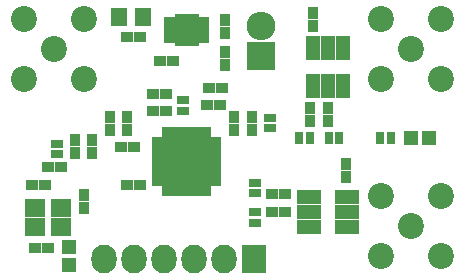
<source format=gts>
G04 #@! TF.FileFunction,Soldermask,Top*
%FSLAX46Y46*%
G04 Gerber Fmt 4.6, Leading zero omitted, Abs format (unit mm)*
G04 Created by KiCad (PCBNEW 4.0.2-stable) date Tue Mar  8 23:23:17 2016*
%MOMM*%
G01*
G04 APERTURE LIST*
%ADD10C,0.100000*%
%ADD11R,1.000000X0.900000*%
%ADD12R,1.000000X0.800000*%
%ADD13R,1.400000X1.650000*%
%ADD14R,0.900000X1.000000*%
%ADD15R,0.800000X1.000000*%
%ADD16R,2.432000X2.432000*%
%ADD17O,2.432000X2.432000*%
%ADD18R,2.127200X2.432000*%
%ADD19O,2.127200X2.432000*%
%ADD20C,2.200000*%
%ADD21R,1.100000X0.650000*%
%ADD22R,1.230000X1.590000*%
%ADD23R,2.050000X1.160000*%
%ADD24R,1.160000X2.050000*%
%ADD25R,0.700000X1.100000*%
%ADD26R,1.100000X0.700000*%
%ADD27R,4.000000X4.000000*%
%ADD28R,1.800000X1.600000*%
%ADD29R,1.197560X1.197560*%
G04 APERTURE END LIST*
D10*
D11*
X134900000Y-107600000D03*
X136000000Y-107600000D03*
X143800000Y-89750000D03*
X142700000Y-89750000D03*
D12*
X153550000Y-102050000D03*
X153550000Y-102950000D03*
D11*
X156100000Y-103000000D03*
X155000000Y-103000000D03*
D13*
X144050000Y-88000000D03*
X142050000Y-88000000D03*
D11*
X145500000Y-91750000D03*
X146600000Y-91750000D03*
D14*
X151050000Y-90950000D03*
X151050000Y-92050000D03*
X151050000Y-88250000D03*
X151050000Y-89350000D03*
D11*
X156100000Y-104500000D03*
X155000000Y-104500000D03*
D14*
X159750000Y-95700000D03*
X159750000Y-96800000D03*
X158250000Y-95700000D03*
X158250000Y-96800000D03*
X161250000Y-101550000D03*
X161250000Y-100450000D03*
D11*
X149500000Y-95500000D03*
X150600000Y-95500000D03*
D14*
X158500000Y-88800000D03*
X158500000Y-87700000D03*
D11*
X142700000Y-102250000D03*
X143800000Y-102250000D03*
X142200000Y-99000000D03*
X143300000Y-99000000D03*
D14*
X142750000Y-96450000D03*
X142750000Y-97550000D03*
X141250000Y-96450000D03*
X141250000Y-97550000D03*
D11*
X144950000Y-96000000D03*
X146050000Y-96000000D03*
X144950000Y-94500000D03*
X146050000Y-94500000D03*
D12*
X153550000Y-105450000D03*
X153550000Y-104550000D03*
D15*
X160700000Y-98250000D03*
X159800000Y-98250000D03*
X157300000Y-98250000D03*
X158200000Y-98250000D03*
D16*
X154050000Y-91290000D03*
D17*
X154050000Y-88750000D03*
D18*
X153500000Y-108500000D03*
D19*
X150960000Y-108500000D03*
X148420000Y-108500000D03*
X145880000Y-108500000D03*
X143340000Y-108500000D03*
X140800000Y-108500000D03*
D20*
X166750000Y-105750000D03*
X169290000Y-108290000D03*
X164210000Y-108290000D03*
X164210000Y-103210000D03*
X169290000Y-103210000D03*
X166750000Y-90750000D03*
X164210000Y-88210000D03*
X169290000Y-88210000D03*
X169290000Y-93290000D03*
X164210000Y-93290000D03*
D12*
X147500000Y-95050000D03*
X147500000Y-95950000D03*
D21*
X146400000Y-88345000D03*
X146400000Y-88845000D03*
X146400000Y-89345000D03*
X146400000Y-89845000D03*
X149200000Y-89845000D03*
X149200000Y-89345000D03*
X149200000Y-88845000D03*
X149200000Y-88345000D03*
D22*
X148215000Y-89690000D03*
X148215000Y-88500000D03*
X147385000Y-89690000D03*
X147385000Y-88500000D03*
D23*
X158160000Y-104500000D03*
X158160000Y-103230000D03*
X161340000Y-103230000D03*
X161340000Y-104500000D03*
X161340000Y-105770000D03*
X158160000Y-105770000D03*
D24*
X159750000Y-93840000D03*
X158480000Y-93840000D03*
X158480000Y-90660000D03*
X159750000Y-90660000D03*
X161020000Y-90660000D03*
X161020000Y-93840000D03*
D25*
X146000000Y-102650000D03*
X146500000Y-102650000D03*
X147000000Y-102650000D03*
X147500000Y-102650000D03*
X148000000Y-102650000D03*
X148500000Y-102650000D03*
X149000000Y-102650000D03*
X149500000Y-102650000D03*
D26*
X150150000Y-102000000D03*
X150150000Y-101500000D03*
X150150000Y-101000000D03*
X150150000Y-100500000D03*
X150150000Y-100000000D03*
X150150000Y-99500000D03*
X150150000Y-99000000D03*
X150150000Y-98500000D03*
D25*
X149500000Y-97850000D03*
X149000000Y-97850000D03*
X148500000Y-97850000D03*
X148000000Y-97850000D03*
X147500000Y-97850000D03*
X147000000Y-97850000D03*
X146500000Y-97850000D03*
X146000000Y-97850000D03*
D26*
X145350000Y-98500000D03*
X145350000Y-99000000D03*
X145350000Y-99500000D03*
X145350000Y-100000000D03*
X145350000Y-100500000D03*
X145350000Y-101000000D03*
X145350000Y-101500000D03*
X145350000Y-102000000D03*
D27*
X147750000Y-100250000D03*
D11*
X149700000Y-94000000D03*
X150800000Y-94000000D03*
X135800000Y-102250000D03*
X134700000Y-102250000D03*
D14*
X139050000Y-104150000D03*
X139050000Y-103050000D03*
D11*
X136050000Y-100750000D03*
X137150000Y-100750000D03*
D20*
X136550000Y-90750000D03*
X134010000Y-88210000D03*
X139090000Y-88210000D03*
X139090000Y-93290000D03*
X134010000Y-93290000D03*
D14*
X139800000Y-99550000D03*
X139800000Y-98450000D03*
X153300000Y-97550000D03*
X153300000Y-96450000D03*
X138300000Y-99550000D03*
X138300000Y-98450000D03*
X151800000Y-97550000D03*
X151800000Y-96450000D03*
D12*
X154800000Y-97450000D03*
X154800000Y-96550000D03*
X136800000Y-99650000D03*
X136800000Y-98750000D03*
D28*
X134950000Y-105800000D03*
X137150000Y-105800000D03*
X134950000Y-104200000D03*
X137150000Y-104200000D03*
D29*
X168299300Y-98250000D03*
X166800700Y-98250000D03*
X137800000Y-109000000D03*
X137800000Y-107501400D03*
D15*
X164150000Y-98250000D03*
X165050000Y-98250000D03*
M02*

</source>
